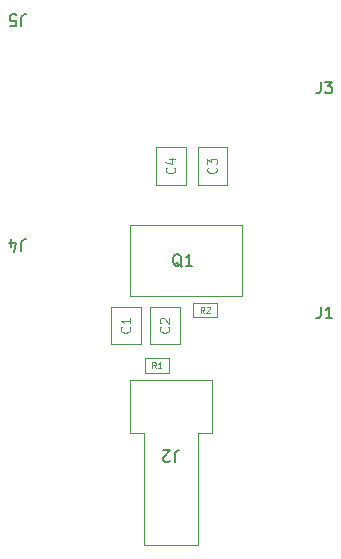
<source format=gbr>
%TF.GenerationSoftware,KiCad,Pcbnew,7.0.9*%
%TF.CreationDate,2024-02-21T22:55:51+01:00*%
%TF.ProjectId,line_injector,6c696e65-5f69-46e6-9a65-63746f722e6b,rev?*%
%TF.SameCoordinates,Original*%
%TF.FileFunction,AssemblyDrawing,Top*%
%FSLAX46Y46*%
G04 Gerber Fmt 4.6, Leading zero omitted, Abs format (unit mm)*
G04 Created by KiCad (PCBNEW 7.0.9) date 2024-02-21 22:55:51*
%MOMM*%
%LPD*%
G01*
G04 APERTURE LIST*
%ADD10C,0.100000*%
%ADD11C,0.080000*%
%ADD12C,0.150000*%
%ADD13C,0.120000*%
G04 APERTURE END LIST*
D10*
X121500000Y-145600000D02*
X121500000Y-141100000D01*
X122700000Y-145600000D02*
X121500000Y-145600000D01*
X122700000Y-155100000D02*
X122700000Y-145600000D01*
X127300000Y-155100000D02*
X122700000Y-155100000D01*
X127300000Y-145600000D02*
X127300000Y-155100000D01*
X128500000Y-145600000D02*
X127300000Y-145600000D01*
X128500000Y-141100000D02*
X128500000Y-145600000D01*
X121500000Y-141100000D02*
X128500000Y-141100000D01*
X131000000Y-128000000D02*
X121500000Y-128000000D01*
X131000000Y-134000000D02*
X131000000Y-128000000D01*
X121500000Y-134000000D02*
X131000000Y-134000000D01*
X121500000Y-128000000D02*
X121500000Y-134000000D01*
D11*
X123716666Y-140127149D02*
X123550000Y-139889054D01*
X123430952Y-140127149D02*
X123430952Y-139627149D01*
X123430952Y-139627149D02*
X123621428Y-139627149D01*
X123621428Y-139627149D02*
X123669047Y-139650959D01*
X123669047Y-139650959D02*
X123692857Y-139674768D01*
X123692857Y-139674768D02*
X123716666Y-139722387D01*
X123716666Y-139722387D02*
X123716666Y-139793816D01*
X123716666Y-139793816D02*
X123692857Y-139841435D01*
X123692857Y-139841435D02*
X123669047Y-139865244D01*
X123669047Y-139865244D02*
X123621428Y-139889054D01*
X123621428Y-139889054D02*
X123430952Y-139889054D01*
X124192857Y-140127149D02*
X123907143Y-140127149D01*
X124050000Y-140127149D02*
X124050000Y-139627149D01*
X124050000Y-139627149D02*
X124002381Y-139698578D01*
X124002381Y-139698578D02*
X123954762Y-139746197D01*
X123954762Y-139746197D02*
X123907143Y-139770006D01*
D12*
X125333333Y-148045180D02*
X125333333Y-147330895D01*
X125333333Y-147330895D02*
X125380952Y-147188038D01*
X125380952Y-147188038D02*
X125476190Y-147092800D01*
X125476190Y-147092800D02*
X125619047Y-147045180D01*
X125619047Y-147045180D02*
X125714285Y-147045180D01*
X124904761Y-147949942D02*
X124857142Y-147997561D01*
X124857142Y-147997561D02*
X124761904Y-148045180D01*
X124761904Y-148045180D02*
X124523809Y-148045180D01*
X124523809Y-148045180D02*
X124428571Y-147997561D01*
X124428571Y-147997561D02*
X124380952Y-147949942D01*
X124380952Y-147949942D02*
X124333333Y-147854704D01*
X124333333Y-147854704D02*
X124333333Y-147759466D01*
X124333333Y-147759466D02*
X124380952Y-147616609D01*
X124380952Y-147616609D02*
X124952380Y-147045180D01*
X124952380Y-147045180D02*
X124333333Y-147045180D01*
D11*
X127816666Y-135427149D02*
X127650000Y-135189054D01*
X127530952Y-135427149D02*
X127530952Y-134927149D01*
X127530952Y-134927149D02*
X127721428Y-134927149D01*
X127721428Y-134927149D02*
X127769047Y-134950959D01*
X127769047Y-134950959D02*
X127792857Y-134974768D01*
X127792857Y-134974768D02*
X127816666Y-135022387D01*
X127816666Y-135022387D02*
X127816666Y-135093816D01*
X127816666Y-135093816D02*
X127792857Y-135141435D01*
X127792857Y-135141435D02*
X127769047Y-135165244D01*
X127769047Y-135165244D02*
X127721428Y-135189054D01*
X127721428Y-135189054D02*
X127530952Y-135189054D01*
X128007143Y-134974768D02*
X128030952Y-134950959D01*
X128030952Y-134950959D02*
X128078571Y-134927149D01*
X128078571Y-134927149D02*
X128197619Y-134927149D01*
X128197619Y-134927149D02*
X128245238Y-134950959D01*
X128245238Y-134950959D02*
X128269047Y-134974768D01*
X128269047Y-134974768D02*
X128292857Y-135022387D01*
X128292857Y-135022387D02*
X128292857Y-135070006D01*
X128292857Y-135070006D02*
X128269047Y-135141435D01*
X128269047Y-135141435D02*
X127983333Y-135427149D01*
X127983333Y-135427149D02*
X128292857Y-135427149D01*
D12*
X112333333Y-130195180D02*
X112333333Y-129480895D01*
X112333333Y-129480895D02*
X112380952Y-129338038D01*
X112380952Y-129338038D02*
X112476190Y-129242800D01*
X112476190Y-129242800D02*
X112619047Y-129195180D01*
X112619047Y-129195180D02*
X112714285Y-129195180D01*
X111428571Y-129861847D02*
X111428571Y-129195180D01*
X111666666Y-130242800D02*
X111904761Y-129528514D01*
X111904761Y-129528514D02*
X111285714Y-129528514D01*
X137666666Y-115854819D02*
X137666666Y-116569104D01*
X137666666Y-116569104D02*
X137619047Y-116711961D01*
X137619047Y-116711961D02*
X137523809Y-116807200D01*
X137523809Y-116807200D02*
X137380952Y-116854819D01*
X137380952Y-116854819D02*
X137285714Y-116854819D01*
X138047619Y-115854819D02*
X138666666Y-115854819D01*
X138666666Y-115854819D02*
X138333333Y-116235771D01*
X138333333Y-116235771D02*
X138476190Y-116235771D01*
X138476190Y-116235771D02*
X138571428Y-116283390D01*
X138571428Y-116283390D02*
X138619047Y-116331009D01*
X138619047Y-116331009D02*
X138666666Y-116426247D01*
X138666666Y-116426247D02*
X138666666Y-116664342D01*
X138666666Y-116664342D02*
X138619047Y-116759580D01*
X138619047Y-116759580D02*
X138571428Y-116807200D01*
X138571428Y-116807200D02*
X138476190Y-116854819D01*
X138476190Y-116854819D02*
X138190476Y-116854819D01*
X138190476Y-116854819D02*
X138095238Y-116807200D01*
X138095238Y-116807200D02*
X138047619Y-116759580D01*
X112333333Y-111145180D02*
X112333333Y-110430895D01*
X112333333Y-110430895D02*
X112380952Y-110288038D01*
X112380952Y-110288038D02*
X112476190Y-110192800D01*
X112476190Y-110192800D02*
X112619047Y-110145180D01*
X112619047Y-110145180D02*
X112714285Y-110145180D01*
X111380952Y-111145180D02*
X111857142Y-111145180D01*
X111857142Y-111145180D02*
X111904761Y-110668990D01*
X111904761Y-110668990D02*
X111857142Y-110716609D01*
X111857142Y-110716609D02*
X111761904Y-110764228D01*
X111761904Y-110764228D02*
X111523809Y-110764228D01*
X111523809Y-110764228D02*
X111428571Y-110716609D01*
X111428571Y-110716609D02*
X111380952Y-110668990D01*
X111380952Y-110668990D02*
X111333333Y-110573752D01*
X111333333Y-110573752D02*
X111333333Y-110335657D01*
X111333333Y-110335657D02*
X111380952Y-110240419D01*
X111380952Y-110240419D02*
X111428571Y-110192800D01*
X111428571Y-110192800D02*
X111523809Y-110145180D01*
X111523809Y-110145180D02*
X111761904Y-110145180D01*
X111761904Y-110145180D02*
X111857142Y-110192800D01*
X111857142Y-110192800D02*
X111904761Y-110240419D01*
D13*
X125287664Y-123133332D02*
X125325760Y-123171428D01*
X125325760Y-123171428D02*
X125363855Y-123285713D01*
X125363855Y-123285713D02*
X125363855Y-123361904D01*
X125363855Y-123361904D02*
X125325760Y-123476190D01*
X125325760Y-123476190D02*
X125249569Y-123552380D01*
X125249569Y-123552380D02*
X125173379Y-123590475D01*
X125173379Y-123590475D02*
X125020998Y-123628571D01*
X125020998Y-123628571D02*
X124906712Y-123628571D01*
X124906712Y-123628571D02*
X124754331Y-123590475D01*
X124754331Y-123590475D02*
X124678140Y-123552380D01*
X124678140Y-123552380D02*
X124601950Y-123476190D01*
X124601950Y-123476190D02*
X124563855Y-123361904D01*
X124563855Y-123361904D02*
X124563855Y-123285713D01*
X124563855Y-123285713D02*
X124601950Y-123171428D01*
X124601950Y-123171428D02*
X124640045Y-123133332D01*
X124830521Y-122447618D02*
X125363855Y-122447618D01*
X124525760Y-122638094D02*
X125097188Y-122828571D01*
X125097188Y-122828571D02*
X125097188Y-122333332D01*
X128787664Y-123133332D02*
X128825760Y-123171428D01*
X128825760Y-123171428D02*
X128863855Y-123285713D01*
X128863855Y-123285713D02*
X128863855Y-123361904D01*
X128863855Y-123361904D02*
X128825760Y-123476190D01*
X128825760Y-123476190D02*
X128749569Y-123552380D01*
X128749569Y-123552380D02*
X128673379Y-123590475D01*
X128673379Y-123590475D02*
X128520998Y-123628571D01*
X128520998Y-123628571D02*
X128406712Y-123628571D01*
X128406712Y-123628571D02*
X128254331Y-123590475D01*
X128254331Y-123590475D02*
X128178140Y-123552380D01*
X128178140Y-123552380D02*
X128101950Y-123476190D01*
X128101950Y-123476190D02*
X128063855Y-123361904D01*
X128063855Y-123361904D02*
X128063855Y-123285713D01*
X128063855Y-123285713D02*
X128101950Y-123171428D01*
X128101950Y-123171428D02*
X128140045Y-123133332D01*
X128063855Y-122866666D02*
X128063855Y-122371428D01*
X128063855Y-122371428D02*
X128368617Y-122638094D01*
X128368617Y-122638094D02*
X128368617Y-122523809D01*
X128368617Y-122523809D02*
X128406712Y-122447618D01*
X128406712Y-122447618D02*
X128444807Y-122409523D01*
X128444807Y-122409523D02*
X128520998Y-122371428D01*
X128520998Y-122371428D02*
X128711474Y-122371428D01*
X128711474Y-122371428D02*
X128787664Y-122409523D01*
X128787664Y-122409523D02*
X128825760Y-122447618D01*
X128825760Y-122447618D02*
X128863855Y-122523809D01*
X128863855Y-122523809D02*
X128863855Y-122752380D01*
X128863855Y-122752380D02*
X128825760Y-122828571D01*
X128825760Y-122828571D02*
X128787664Y-122866666D01*
X124787664Y-136633332D02*
X124825760Y-136671428D01*
X124825760Y-136671428D02*
X124863855Y-136785713D01*
X124863855Y-136785713D02*
X124863855Y-136861904D01*
X124863855Y-136861904D02*
X124825760Y-136976190D01*
X124825760Y-136976190D02*
X124749569Y-137052380D01*
X124749569Y-137052380D02*
X124673379Y-137090475D01*
X124673379Y-137090475D02*
X124520998Y-137128571D01*
X124520998Y-137128571D02*
X124406712Y-137128571D01*
X124406712Y-137128571D02*
X124254331Y-137090475D01*
X124254331Y-137090475D02*
X124178140Y-137052380D01*
X124178140Y-137052380D02*
X124101950Y-136976190D01*
X124101950Y-136976190D02*
X124063855Y-136861904D01*
X124063855Y-136861904D02*
X124063855Y-136785713D01*
X124063855Y-136785713D02*
X124101950Y-136671428D01*
X124101950Y-136671428D02*
X124140045Y-136633332D01*
X124140045Y-136328571D02*
X124101950Y-136290475D01*
X124101950Y-136290475D02*
X124063855Y-136214285D01*
X124063855Y-136214285D02*
X124063855Y-136023809D01*
X124063855Y-136023809D02*
X124101950Y-135947618D01*
X124101950Y-135947618D02*
X124140045Y-135909523D01*
X124140045Y-135909523D02*
X124216236Y-135871428D01*
X124216236Y-135871428D02*
X124292426Y-135871428D01*
X124292426Y-135871428D02*
X124406712Y-135909523D01*
X124406712Y-135909523D02*
X124863855Y-136366666D01*
X124863855Y-136366666D02*
X124863855Y-135871428D01*
D12*
X125904761Y-131550057D02*
X125809523Y-131502438D01*
X125809523Y-131502438D02*
X125714285Y-131407200D01*
X125714285Y-131407200D02*
X125571428Y-131264342D01*
X125571428Y-131264342D02*
X125476190Y-131216723D01*
X125476190Y-131216723D02*
X125380952Y-131216723D01*
X125428571Y-131454819D02*
X125333333Y-131407200D01*
X125333333Y-131407200D02*
X125238095Y-131311961D01*
X125238095Y-131311961D02*
X125190476Y-131121485D01*
X125190476Y-131121485D02*
X125190476Y-130788152D01*
X125190476Y-130788152D02*
X125238095Y-130597676D01*
X125238095Y-130597676D02*
X125333333Y-130502438D01*
X125333333Y-130502438D02*
X125428571Y-130454819D01*
X125428571Y-130454819D02*
X125619047Y-130454819D01*
X125619047Y-130454819D02*
X125714285Y-130502438D01*
X125714285Y-130502438D02*
X125809523Y-130597676D01*
X125809523Y-130597676D02*
X125857142Y-130788152D01*
X125857142Y-130788152D02*
X125857142Y-131121485D01*
X125857142Y-131121485D02*
X125809523Y-131311961D01*
X125809523Y-131311961D02*
X125714285Y-131407200D01*
X125714285Y-131407200D02*
X125619047Y-131454819D01*
X125619047Y-131454819D02*
X125428571Y-131454819D01*
X126809523Y-131454819D02*
X126238095Y-131454819D01*
X126523809Y-131454819D02*
X126523809Y-130454819D01*
X126523809Y-130454819D02*
X126428571Y-130597676D01*
X126428571Y-130597676D02*
X126333333Y-130692914D01*
X126333333Y-130692914D02*
X126238095Y-130740533D01*
X137666666Y-134904819D02*
X137666666Y-135619104D01*
X137666666Y-135619104D02*
X137619047Y-135761961D01*
X137619047Y-135761961D02*
X137523809Y-135857200D01*
X137523809Y-135857200D02*
X137380952Y-135904819D01*
X137380952Y-135904819D02*
X137285714Y-135904819D01*
X138666666Y-135904819D02*
X138095238Y-135904819D01*
X138380952Y-135904819D02*
X138380952Y-134904819D01*
X138380952Y-134904819D02*
X138285714Y-135047676D01*
X138285714Y-135047676D02*
X138190476Y-135142914D01*
X138190476Y-135142914D02*
X138095238Y-135190533D01*
D13*
X121487664Y-136633332D02*
X121525760Y-136671428D01*
X121525760Y-136671428D02*
X121563855Y-136785713D01*
X121563855Y-136785713D02*
X121563855Y-136861904D01*
X121563855Y-136861904D02*
X121525760Y-136976190D01*
X121525760Y-136976190D02*
X121449569Y-137052380D01*
X121449569Y-137052380D02*
X121373379Y-137090475D01*
X121373379Y-137090475D02*
X121220998Y-137128571D01*
X121220998Y-137128571D02*
X121106712Y-137128571D01*
X121106712Y-137128571D02*
X120954331Y-137090475D01*
X120954331Y-137090475D02*
X120878140Y-137052380D01*
X120878140Y-137052380D02*
X120801950Y-136976190D01*
X120801950Y-136976190D02*
X120763855Y-136861904D01*
X120763855Y-136861904D02*
X120763855Y-136785713D01*
X120763855Y-136785713D02*
X120801950Y-136671428D01*
X120801950Y-136671428D02*
X120840045Y-136633332D01*
X121563855Y-135871428D02*
X121563855Y-136328571D01*
X121563855Y-136099999D02*
X120763855Y-136099999D01*
X120763855Y-136099999D02*
X120878140Y-136176190D01*
X120878140Y-136176190D02*
X120954331Y-136252380D01*
X120954331Y-136252380D02*
X120992426Y-136328571D01*
D10*
%TO.C,R1*%
X124800000Y-140525000D02*
X122800000Y-140525000D01*
X124800000Y-139275000D02*
X124800000Y-140525000D01*
X122800000Y-140525000D02*
X122800000Y-139275000D01*
X122800000Y-139275000D02*
X124800000Y-139275000D01*
%TO.C,R2*%
X128900000Y-135825000D02*
X126900000Y-135825000D01*
X128900000Y-134575000D02*
X128900000Y-135825000D01*
X126900000Y-135825000D02*
X126900000Y-134575000D01*
X126900000Y-134575000D02*
X128900000Y-134575000D01*
%TO.C,C4*%
X123750000Y-124600000D02*
X123750000Y-121400000D01*
X126250000Y-124600000D02*
X123750000Y-124600000D01*
X123750000Y-121400000D02*
X126250000Y-121400000D01*
X126250000Y-121400000D02*
X126250000Y-124600000D01*
%TO.C,C3*%
X127250000Y-124600000D02*
X127250000Y-121400000D01*
X129750000Y-124600000D02*
X127250000Y-124600000D01*
X127250000Y-121400000D02*
X129750000Y-121400000D01*
X129750000Y-121400000D02*
X129750000Y-124600000D01*
%TO.C,C2*%
X123250000Y-138100000D02*
X123250000Y-134900000D01*
X125750000Y-138100000D02*
X123250000Y-138100000D01*
X123250000Y-134900000D02*
X125750000Y-134900000D01*
X125750000Y-134900000D02*
X125750000Y-138100000D01*
%TO.C,C1*%
X119950000Y-138100000D02*
X119950000Y-134900000D01*
X122450000Y-138100000D02*
X119950000Y-138100000D01*
X119950000Y-134900000D02*
X122450000Y-134900000D01*
X122450000Y-134900000D02*
X122450000Y-138100000D01*
%TD*%
M02*

</source>
